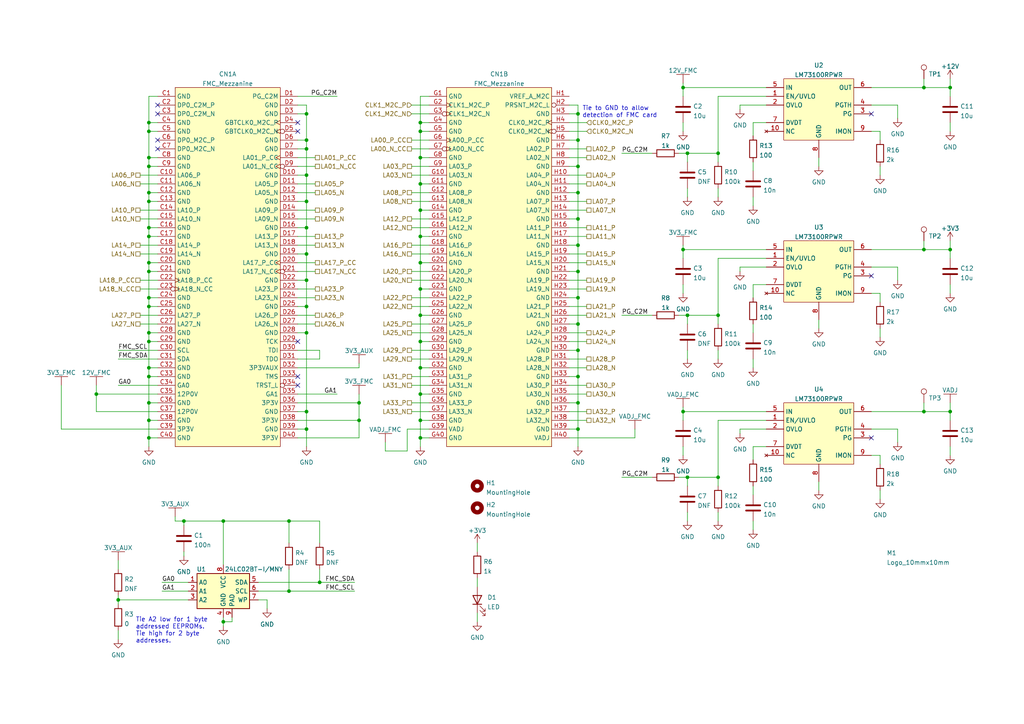
<source format=kicad_sch>
(kicad_sch (version 20210621) (generator eeschema)
  (paper "A4")
  (junction (at 27.94 114.3))
  (junction (at 34.29 173.99))
  (junction (at 43.18 35.56))
  (junction (at 43.18 38.1))
  (junction (at 43.18 45.72))
  (junction (at 43.18 48.26))
  (junction (at 43.18 55.88))
  (junction (at 43.18 58.42))
  (junction (at 43.18 66.04))
  (junction (at 43.18 68.58))
  (junction (at 43.18 76.2))
  (junction (at 43.18 78.74))
  (junction (at 43.18 86.36))
  (junction (at 43.18 88.9))
  (junction (at 43.18 96.52))
  (junction (at 43.18 99.06))
  (junction (at 43.18 106.68))
  (junction (at 43.18 109.22))
  (junction (at 43.18 116.84))
  (junction (at 43.18 121.92))
  (junction (at 43.18 127))
  (junction (at 53.34 151.13))
  (junction (at 64.77 151.13))
  (junction (at 64.77 180.34))
  (junction (at 83.82 151.13))
  (junction (at 83.82 171.45))
  (junction (at 88.9 33.02))
  (junction (at 88.9 40.64))
  (junction (at 88.9 43.18))
  (junction (at 88.9 50.8))
  (junction (at 88.9 58.42))
  (junction (at 88.9 66.04))
  (junction (at 88.9 73.66))
  (junction (at 88.9 81.28))
  (junction (at 88.9 88.9))
  (junction (at 88.9 96.52))
  (junction (at 88.9 119.38))
  (junction (at 88.9 124.46))
  (junction (at 92.71 168.91))
  (junction (at 104.14 116.84))
  (junction (at 104.14 121.92))
  (junction (at 121.92 35.56))
  (junction (at 121.92 38.1))
  (junction (at 121.92 45.72))
  (junction (at 121.92 53.34))
  (junction (at 121.92 60.96))
  (junction (at 121.92 68.58))
  (junction (at 121.92 76.2))
  (junction (at 121.92 83.82))
  (junction (at 121.92 91.44))
  (junction (at 121.92 99.06))
  (junction (at 121.92 106.68))
  (junction (at 121.92 114.3))
  (junction (at 121.92 121.92))
  (junction (at 121.92 127))
  (junction (at 167.64 33.02))
  (junction (at 167.64 40.64))
  (junction (at 167.64 48.26))
  (junction (at 167.64 55.88))
  (junction (at 167.64 63.5))
  (junction (at 167.64 71.12))
  (junction (at 167.64 78.74))
  (junction (at 167.64 86.36))
  (junction (at 167.64 93.98))
  (junction (at 167.64 101.6))
  (junction (at 167.64 109.22))
  (junction (at 167.64 116.84))
  (junction (at 167.64 124.46))
  (junction (at 198.12 25.4))
  (junction (at 198.12 72.39))
  (junction (at 198.12 119.38))
  (junction (at 199.39 44.45))
  (junction (at 199.39 91.44))
  (junction (at 199.39 138.43))
  (junction (at 208.28 44.45))
  (junction (at 208.28 91.44))
  (junction (at 208.28 138.43))
  (junction (at 267.97 25.4))
  (junction (at 267.97 72.39))
  (junction (at 267.97 119.38))
  (junction (at 275.59 25.4))
  (junction (at 275.59 72.39))
  (junction (at 275.59 119.38))
  (no_connect (at 45.72 30.48))
  (no_connect (at 45.72 33.02))
  (no_connect (at 45.72 40.64))
  (no_connect (at 45.72 43.18))
  (no_connect (at 86.36 35.56))
  (no_connect (at 86.36 38.1))
  (no_connect (at 86.36 99.06))
  (no_connect (at 86.36 109.22))
  (no_connect (at 86.36 111.76))
  (no_connect (at 252.73 33.02))
  (no_connect (at 252.73 80.01))
  (no_connect (at 252.73 127))
  (wire (pts (xy 17.78 111.76) (xy 17.78 124.46)))
  (wire (pts (xy 17.78 124.46) (xy 45.72 124.46)))
  (wire (pts (xy 27.94 111.76) (xy 27.94 114.3)))
  (wire (pts (xy 27.94 114.3) (xy 27.94 119.38)))
  (wire (pts (xy 27.94 114.3) (xy 45.72 114.3)))
  (wire (pts (xy 27.94 119.38) (xy 45.72 119.38)))
  (wire (pts (xy 34.29 101.6) (xy 45.72 101.6)))
  (wire (pts (xy 34.29 104.14) (xy 45.72 104.14)))
  (wire (pts (xy 34.29 111.76) (xy 45.72 111.76)))
  (wire (pts (xy 34.29 162.56) (xy 34.29 165.1)))
  (wire (pts (xy 34.29 172.72) (xy 34.29 173.99)))
  (wire (pts (xy 34.29 173.99) (xy 34.29 175.26)))
  (wire (pts (xy 34.29 173.99) (xy 54.61 173.99)))
  (wire (pts (xy 34.29 182.88) (xy 34.29 185.42)))
  (wire (pts (xy 43.18 27.94) (xy 45.72 27.94)))
  (wire (pts (xy 43.18 35.56) (xy 43.18 27.94)))
  (wire (pts (xy 43.18 35.56) (xy 45.72 35.56)))
  (wire (pts (xy 43.18 38.1) (xy 43.18 35.56)))
  (wire (pts (xy 43.18 38.1) (xy 45.72 38.1)))
  (wire (pts (xy 43.18 45.72) (xy 43.18 38.1)))
  (wire (pts (xy 43.18 45.72) (xy 45.72 45.72)))
  (wire (pts (xy 43.18 48.26) (xy 43.18 45.72)))
  (wire (pts (xy 43.18 48.26) (xy 45.72 48.26)))
  (wire (pts (xy 43.18 55.88) (xy 43.18 48.26)))
  (wire (pts (xy 43.18 55.88) (xy 45.72 55.88)))
  (wire (pts (xy 43.18 58.42) (xy 43.18 55.88)))
  (wire (pts (xy 43.18 58.42) (xy 45.72 58.42)))
  (wire (pts (xy 43.18 66.04) (xy 43.18 58.42)))
  (wire (pts (xy 43.18 66.04) (xy 45.72 66.04)))
  (wire (pts (xy 43.18 68.58) (xy 43.18 66.04)))
  (wire (pts (xy 43.18 68.58) (xy 45.72 68.58)))
  (wire (pts (xy 43.18 76.2) (xy 43.18 68.58)))
  (wire (pts (xy 43.18 76.2) (xy 45.72 76.2)))
  (wire (pts (xy 43.18 78.74) (xy 43.18 76.2)))
  (wire (pts (xy 43.18 78.74) (xy 45.72 78.74)))
  (wire (pts (xy 43.18 86.36) (xy 43.18 78.74)))
  (wire (pts (xy 43.18 86.36) (xy 45.72 86.36)))
  (wire (pts (xy 43.18 88.9) (xy 43.18 86.36)))
  (wire (pts (xy 43.18 88.9) (xy 45.72 88.9)))
  (wire (pts (xy 43.18 96.52) (xy 43.18 88.9)))
  (wire (pts (xy 43.18 96.52) (xy 45.72 96.52)))
  (wire (pts (xy 43.18 99.06) (xy 43.18 96.52)))
  (wire (pts (xy 43.18 99.06) (xy 45.72 99.06)))
  (wire (pts (xy 43.18 106.68) (xy 43.18 99.06)))
  (wire (pts (xy 43.18 106.68) (xy 45.72 106.68)))
  (wire (pts (xy 43.18 109.22) (xy 43.18 106.68)))
  (wire (pts (xy 43.18 109.22) (xy 45.72 109.22)))
  (wire (pts (xy 43.18 116.84) (xy 43.18 109.22)))
  (wire (pts (xy 43.18 116.84) (xy 45.72 116.84)))
  (wire (pts (xy 43.18 121.92) (xy 43.18 116.84)))
  (wire (pts (xy 43.18 121.92) (xy 45.72 121.92)))
  (wire (pts (xy 43.18 127) (xy 43.18 121.92)))
  (wire (pts (xy 43.18 127) (xy 45.72 127)))
  (wire (pts (xy 43.18 129.54) (xy 43.18 127)))
  (wire (pts (xy 45.72 50.8) (xy 40.64 50.8)))
  (wire (pts (xy 45.72 53.34) (xy 40.64 53.34)))
  (wire (pts (xy 45.72 60.96) (xy 40.64 60.96)))
  (wire (pts (xy 45.72 63.5) (xy 40.64 63.5)))
  (wire (pts (xy 45.72 71.12) (xy 40.64 71.12)))
  (wire (pts (xy 45.72 73.66) (xy 40.64 73.66)))
  (wire (pts (xy 45.72 81.28) (xy 40.64 81.28)))
  (wire (pts (xy 45.72 83.82) (xy 40.64 83.82)))
  (wire (pts (xy 45.72 91.44) (xy 40.64 91.44)))
  (wire (pts (xy 45.72 93.98) (xy 40.64 93.98)))
  (wire (pts (xy 46.99 168.91) (xy 54.61 168.91)))
  (wire (pts (xy 46.99 171.45) (xy 54.61 171.45)))
  (wire (pts (xy 50.8 149.86) (xy 50.8 151.13)))
  (wire (pts (xy 50.8 151.13) (xy 53.34 151.13)))
  (wire (pts (xy 53.34 151.13) (xy 53.34 152.4)))
  (wire (pts (xy 53.34 151.13) (xy 64.77 151.13)))
  (wire (pts (xy 53.34 160.02) (xy 53.34 161.29)))
  (wire (pts (xy 64.77 151.13) (xy 64.77 163.83)))
  (wire (pts (xy 64.77 151.13) (xy 83.82 151.13)))
  (wire (pts (xy 64.77 179.07) (xy 64.77 180.34)))
  (wire (pts (xy 64.77 180.34) (xy 64.77 181.61)))
  (wire (pts (xy 64.77 180.34) (xy 67.31 180.34)))
  (wire (pts (xy 67.31 180.34) (xy 67.31 179.07)))
  (wire (pts (xy 74.93 168.91) (xy 92.71 168.91)))
  (wire (pts (xy 74.93 171.45) (xy 83.82 171.45)))
  (wire (pts (xy 74.93 173.99) (xy 77.47 173.99)))
  (wire (pts (xy 77.47 173.99) (xy 77.47 176.53)))
  (wire (pts (xy 83.82 151.13) (xy 83.82 157.48)))
  (wire (pts (xy 83.82 151.13) (xy 92.71 151.13)))
  (wire (pts (xy 83.82 165.1) (xy 83.82 171.45)))
  (wire (pts (xy 83.82 171.45) (xy 102.87 171.45)))
  (wire (pts (xy 86.36 27.94) (xy 97.79 27.94)))
  (wire (pts (xy 86.36 33.02) (xy 88.9 33.02)))
  (wire (pts (xy 86.36 40.64) (xy 88.9 40.64)))
  (wire (pts (xy 86.36 43.18) (xy 88.9 43.18)))
  (wire (pts (xy 86.36 45.72) (xy 91.44 45.72)))
  (wire (pts (xy 86.36 48.26) (xy 91.44 48.26)))
  (wire (pts (xy 86.36 50.8) (xy 88.9 50.8)))
  (wire (pts (xy 86.36 53.34) (xy 91.44 53.34)))
  (wire (pts (xy 86.36 55.88) (xy 91.44 55.88)))
  (wire (pts (xy 86.36 58.42) (xy 88.9 58.42)))
  (wire (pts (xy 86.36 60.96) (xy 91.44 60.96)))
  (wire (pts (xy 86.36 63.5) (xy 91.44 63.5)))
  (wire (pts (xy 86.36 66.04) (xy 88.9 66.04)))
  (wire (pts (xy 86.36 68.58) (xy 91.44 68.58)))
  (wire (pts (xy 86.36 71.12) (xy 91.44 71.12)))
  (wire (pts (xy 86.36 73.66) (xy 88.9 73.66)))
  (wire (pts (xy 86.36 76.2) (xy 91.44 76.2)))
  (wire (pts (xy 86.36 78.74) (xy 91.44 78.74)))
  (wire (pts (xy 86.36 81.28) (xy 88.9 81.28)))
  (wire (pts (xy 86.36 83.82) (xy 91.44 83.82)))
  (wire (pts (xy 86.36 86.36) (xy 91.44 86.36)))
  (wire (pts (xy 86.36 88.9) (xy 88.9 88.9)))
  (wire (pts (xy 86.36 91.44) (xy 91.44 91.44)))
  (wire (pts (xy 86.36 93.98) (xy 91.44 93.98)))
  (wire (pts (xy 86.36 96.52) (xy 88.9 96.52)))
  (wire (pts (xy 86.36 101.6) (xy 92.71 101.6)))
  (wire (pts (xy 86.36 106.68) (xy 104.14 106.68)))
  (wire (pts (xy 86.36 116.84) (xy 104.14 116.84)))
  (wire (pts (xy 86.36 119.38) (xy 88.9 119.38)))
  (wire (pts (xy 86.36 121.92) (xy 104.14 121.92)))
  (wire (pts (xy 86.36 124.46) (xy 88.9 124.46)))
  (wire (pts (xy 86.36 127) (xy 104.14 127)))
  (wire (pts (xy 88.9 30.48) (xy 86.36 30.48)))
  (wire (pts (xy 88.9 33.02) (xy 88.9 30.48)))
  (wire (pts (xy 88.9 40.64) (xy 88.9 33.02)))
  (wire (pts (xy 88.9 43.18) (xy 88.9 40.64)))
  (wire (pts (xy 88.9 50.8) (xy 88.9 43.18)))
  (wire (pts (xy 88.9 58.42) (xy 88.9 50.8)))
  (wire (pts (xy 88.9 66.04) (xy 88.9 58.42)))
  (wire (pts (xy 88.9 73.66) (xy 88.9 66.04)))
  (wire (pts (xy 88.9 81.28) (xy 88.9 73.66)))
  (wire (pts (xy 88.9 88.9) (xy 88.9 81.28)))
  (wire (pts (xy 88.9 96.52) (xy 88.9 88.9)))
  (wire (pts (xy 88.9 119.38) (xy 88.9 96.52)))
  (wire (pts (xy 88.9 124.46) (xy 88.9 119.38)))
  (wire (pts (xy 88.9 129.54) (xy 88.9 124.46)))
  (wire (pts (xy 92.71 101.6) (xy 92.71 104.14)))
  (wire (pts (xy 92.71 104.14) (xy 86.36 104.14)))
  (wire (pts (xy 92.71 151.13) (xy 92.71 157.48)))
  (wire (pts (xy 92.71 165.1) (xy 92.71 168.91)))
  (wire (pts (xy 92.71 168.91) (xy 102.87 168.91)))
  (wire (pts (xy 97.79 114.3) (xy 86.36 114.3)))
  (wire (pts (xy 104.14 106.68) (xy 104.14 105.41)))
  (wire (pts (xy 104.14 114.3) (xy 104.14 116.84)))
  (wire (pts (xy 104.14 116.84) (xy 104.14 121.92)))
  (wire (pts (xy 104.14 121.92) (xy 104.14 127)))
  (wire (pts (xy 111.76 128.27) (xy 111.76 130.81)))
  (wire (pts (xy 111.76 130.81) (xy 118.11 130.81)))
  (wire (pts (xy 118.11 124.46) (xy 124.46 124.46)))
  (wire (pts (xy 118.11 130.81) (xy 118.11 124.46)))
  (wire (pts (xy 119.38 30.48) (xy 124.46 30.48)))
  (wire (pts (xy 119.38 33.02) (xy 124.46 33.02)))
  (wire (pts (xy 121.92 27.94) (xy 124.46 27.94)))
  (wire (pts (xy 121.92 35.56) (xy 121.92 27.94)))
  (wire (pts (xy 121.92 35.56) (xy 124.46 35.56)))
  (wire (pts (xy 121.92 38.1) (xy 121.92 35.56)))
  (wire (pts (xy 121.92 38.1) (xy 124.46 38.1)))
  (wire (pts (xy 121.92 45.72) (xy 121.92 38.1)))
  (wire (pts (xy 121.92 45.72) (xy 124.46 45.72)))
  (wire (pts (xy 121.92 53.34) (xy 121.92 45.72)))
  (wire (pts (xy 121.92 53.34) (xy 124.46 53.34)))
  (wire (pts (xy 121.92 60.96) (xy 121.92 53.34)))
  (wire (pts (xy 121.92 60.96) (xy 124.46 60.96)))
  (wire (pts (xy 121.92 68.58) (xy 121.92 60.96)))
  (wire (pts (xy 121.92 68.58) (xy 124.46 68.58)))
  (wire (pts (xy 121.92 76.2) (xy 121.92 68.58)))
  (wire (pts (xy 121.92 76.2) (xy 124.46 76.2)))
  (wire (pts (xy 121.92 83.82) (xy 121.92 76.2)))
  (wire (pts (xy 121.92 83.82) (xy 124.46 83.82)))
  (wire (pts (xy 121.92 91.44) (xy 121.92 83.82)))
  (wire (pts (xy 121.92 91.44) (xy 124.46 91.44)))
  (wire (pts (xy 121.92 99.06) (xy 121.92 91.44)))
  (wire (pts (xy 121.92 99.06) (xy 124.46 99.06)))
  (wire (pts (xy 121.92 106.68) (xy 121.92 99.06)))
  (wire (pts (xy 121.92 106.68) (xy 124.46 106.68)))
  (wire (pts (xy 121.92 114.3) (xy 121.92 106.68)))
  (wire (pts (xy 121.92 114.3) (xy 124.46 114.3)))
  (wire (pts (xy 121.92 121.92) (xy 121.92 114.3)))
  (wire (pts (xy 121.92 121.92) (xy 124.46 121.92)))
  (wire (pts (xy 121.92 127) (xy 121.92 121.92)))
  (wire (pts (xy 121.92 127) (xy 124.46 127)))
  (wire (pts (xy 121.92 129.54) (xy 121.92 127)))
  (wire (pts (xy 124.46 40.64) (xy 119.38 40.64)))
  (wire (pts (xy 124.46 43.18) (xy 119.38 43.18)))
  (wire (pts (xy 124.46 48.26) (xy 119.38 48.26)))
  (wire (pts (xy 124.46 50.8) (xy 119.38 50.8)))
  (wire (pts (xy 124.46 55.88) (xy 119.38 55.88)))
  (wire (pts (xy 124.46 58.42) (xy 119.38 58.42)))
  (wire (pts (xy 124.46 63.5) (xy 119.38 63.5)))
  (wire (pts (xy 124.46 66.04) (xy 119.38 66.04)))
  (wire (pts (xy 124.46 71.12) (xy 119.38 71.12)))
  (wire (pts (xy 124.46 73.66) (xy 119.38 73.66)))
  (wire (pts (xy 124.46 78.74) (xy 119.38 78.74)))
  (wire (pts (xy 124.46 81.28) (xy 119.38 81.28)))
  (wire (pts (xy 124.46 86.36) (xy 119.38 86.36)))
  (wire (pts (xy 124.46 88.9) (xy 119.38 88.9)))
  (wire (pts (xy 124.46 93.98) (xy 119.38 93.98)))
  (wire (pts (xy 124.46 96.52) (xy 119.38 96.52)))
  (wire (pts (xy 124.46 101.6) (xy 119.38 101.6)))
  (wire (pts (xy 124.46 104.14) (xy 119.38 104.14)))
  (wire (pts (xy 124.46 109.22) (xy 119.38 109.22)))
  (wire (pts (xy 124.46 111.76) (xy 119.38 111.76)))
  (wire (pts (xy 124.46 116.84) (xy 119.38 116.84)))
  (wire (pts (xy 124.46 119.38) (xy 119.38 119.38)))
  (wire (pts (xy 138.43 157.48) (xy 138.43 160.02)))
  (wire (pts (xy 138.43 167.64) (xy 138.43 170.18)))
  (wire (pts (xy 138.43 177.8) (xy 138.43 180.34)))
  (wire (pts (xy 165.1 30.48) (xy 167.64 30.48)))
  (wire (pts (xy 165.1 40.64) (xy 167.64 40.64)))
  (wire (pts (xy 165.1 43.18) (xy 170.18 43.18)))
  (wire (pts (xy 165.1 45.72) (xy 170.18 45.72)))
  (wire (pts (xy 165.1 48.26) (xy 167.64 48.26)))
  (wire (pts (xy 165.1 50.8) (xy 170.18 50.8)))
  (wire (pts (xy 165.1 53.34) (xy 170.18 53.34)))
  (wire (pts (xy 165.1 55.88) (xy 167.64 55.88)))
  (wire (pts (xy 165.1 58.42) (xy 170.18 58.42)))
  (wire (pts (xy 165.1 60.96) (xy 170.18 60.96)))
  (wire (pts (xy 165.1 63.5) (xy 167.64 63.5)))
  (wire (pts (xy 165.1 66.04) (xy 170.18 66.04)))
  (wire (pts (xy 165.1 68.58) (xy 170.18 68.58)))
  (wire (pts (xy 165.1 71.12) (xy 167.64 71.12)))
  (wire (pts (xy 165.1 73.66) (xy 170.18 73.66)))
  (wire (pts (xy 165.1 76.2) (xy 170.18 76.2)))
  (wire (pts (xy 165.1 78.74) (xy 167.64 78.74)))
  (wire (pts (xy 165.1 81.28) (xy 170.18 81.28)))
  (wire (pts (xy 165.1 83.82) (xy 170.18 83.82)))
  (wire (pts (xy 165.1 86.36) (xy 167.64 86.36)))
  (wire (pts (xy 165.1 88.9) (xy 170.18 88.9)))
  (wire (pts (xy 165.1 91.44) (xy 170.18 91.44)))
  (wire (pts (xy 165.1 93.98) (xy 167.64 93.98)))
  (wire (pts (xy 165.1 96.52) (xy 170.18 96.52)))
  (wire (pts (xy 165.1 99.06) (xy 170.18 99.06)))
  (wire (pts (xy 165.1 101.6) (xy 167.64 101.6)))
  (wire (pts (xy 165.1 104.14) (xy 170.18 104.14)))
  (wire (pts (xy 165.1 106.68) (xy 170.18 106.68)))
  (wire (pts (xy 165.1 109.22) (xy 167.64 109.22)))
  (wire (pts (xy 165.1 111.76) (xy 170.18 111.76)))
  (wire (pts (xy 165.1 114.3) (xy 170.18 114.3)))
  (wire (pts (xy 165.1 116.84) (xy 167.64 116.84)))
  (wire (pts (xy 165.1 119.38) (xy 170.18 119.38)))
  (wire (pts (xy 165.1 121.92) (xy 170.18 121.92)))
  (wire (pts (xy 165.1 124.46) (xy 167.64 124.46)))
  (wire (pts (xy 165.1 127) (xy 184.15 127)))
  (wire (pts (xy 167.64 30.48) (xy 167.64 33.02)))
  (wire (pts (xy 167.64 33.02) (xy 165.1 33.02)))
  (wire (pts (xy 167.64 40.64) (xy 167.64 33.02)))
  (wire (pts (xy 167.64 48.26) (xy 167.64 40.64)))
  (wire (pts (xy 167.64 55.88) (xy 167.64 48.26)))
  (wire (pts (xy 167.64 63.5) (xy 167.64 55.88)))
  (wire (pts (xy 167.64 71.12) (xy 167.64 63.5)))
  (wire (pts (xy 167.64 78.74) (xy 167.64 71.12)))
  (wire (pts (xy 167.64 86.36) (xy 167.64 78.74)))
  (wire (pts (xy 167.64 93.98) (xy 167.64 86.36)))
  (wire (pts (xy 167.64 101.6) (xy 167.64 93.98)))
  (wire (pts (xy 167.64 109.22) (xy 167.64 101.6)))
  (wire (pts (xy 167.64 116.84) (xy 167.64 109.22)))
  (wire (pts (xy 167.64 124.46) (xy 167.64 116.84)))
  (wire (pts (xy 167.64 129.54) (xy 167.64 124.46)))
  (wire (pts (xy 170.18 35.56) (xy 165.1 35.56)))
  (wire (pts (xy 170.18 38.1) (xy 165.1 38.1)))
  (wire (pts (xy 180.34 44.45) (xy 189.23 44.45)))
  (wire (pts (xy 180.34 91.44) (xy 189.23 91.44)))
  (wire (pts (xy 180.34 138.43) (xy 189.23 138.43)))
  (wire (pts (xy 184.15 127) (xy 184.15 124.46)))
  (wire (pts (xy 196.85 44.45) (xy 199.39 44.45)))
  (wire (pts (xy 196.85 91.44) (xy 199.39 91.44)))
  (wire (pts (xy 196.85 138.43) (xy 199.39 138.43)))
  (wire (pts (xy 198.12 25.4) (xy 198.12 24.13)))
  (wire (pts (xy 198.12 25.4) (xy 198.12 27.94)))
  (wire (pts (xy 198.12 25.4) (xy 222.25 25.4)))
  (wire (pts (xy 198.12 35.56) (xy 198.12 38.1)))
  (wire (pts (xy 198.12 72.39) (xy 198.12 71.12)))
  (wire (pts (xy 198.12 72.39) (xy 198.12 74.93)))
  (wire (pts (xy 198.12 72.39) (xy 222.25 72.39)))
  (wire (pts (xy 198.12 82.55) (xy 198.12 85.09)))
  (wire (pts (xy 198.12 119.38) (xy 198.12 118.11)))
  (wire (pts (xy 198.12 119.38) (xy 198.12 121.92)))
  (wire (pts (xy 198.12 119.38) (xy 222.25 119.38)))
  (wire (pts (xy 198.12 129.54) (xy 198.12 132.08)))
  (wire (pts (xy 199.39 44.45) (xy 199.39 46.99)))
  (wire (pts (xy 199.39 44.45) (xy 208.28 44.45)))
  (wire (pts (xy 199.39 54.61) (xy 199.39 57.15)))
  (wire (pts (xy 199.39 91.44) (xy 199.39 93.98)))
  (wire (pts (xy 199.39 91.44) (xy 208.28 91.44)))
  (wire (pts (xy 199.39 101.6) (xy 199.39 104.14)))
  (wire (pts (xy 199.39 138.43) (xy 199.39 140.97)))
  (wire (pts (xy 199.39 138.43) (xy 208.28 138.43)))
  (wire (pts (xy 199.39 148.59) (xy 199.39 151.13)))
  (wire (pts (xy 208.28 27.94) (xy 222.25 27.94)))
  (wire (pts (xy 208.28 44.45) (xy 208.28 27.94)))
  (wire (pts (xy 208.28 44.45) (xy 208.28 46.99)))
  (wire (pts (xy 208.28 54.61) (xy 208.28 57.15)))
  (wire (pts (xy 208.28 74.93) (xy 222.25 74.93)))
  (wire (pts (xy 208.28 91.44) (xy 208.28 74.93)))
  (wire (pts (xy 208.28 91.44) (xy 208.28 93.98)))
  (wire (pts (xy 208.28 101.6) (xy 208.28 104.14)))
  (wire (pts (xy 208.28 121.92) (xy 222.25 121.92)))
  (wire (pts (xy 208.28 138.43) (xy 208.28 121.92)))
  (wire (pts (xy 208.28 138.43) (xy 208.28 140.97)))
  (wire (pts (xy 208.28 148.59) (xy 208.28 151.13)))
  (wire (pts (xy 214.63 30.48) (xy 214.63 31.75)))
  (wire (pts (xy 214.63 77.47) (xy 214.63 78.74)))
  (wire (pts (xy 214.63 124.46) (xy 214.63 125.73)))
  (wire (pts (xy 218.44 35.56) (xy 218.44 39.37)))
  (wire (pts (xy 218.44 46.99) (xy 218.44 49.53)))
  (wire (pts (xy 218.44 57.15) (xy 218.44 59.69)))
  (wire (pts (xy 218.44 82.55) (xy 218.44 86.36)))
  (wire (pts (xy 218.44 93.98) (xy 218.44 96.52)))
  (wire (pts (xy 218.44 104.14) (xy 218.44 106.68)))
  (wire (pts (xy 218.44 129.54) (xy 218.44 133.35)))
  (wire (pts (xy 218.44 140.97) (xy 218.44 143.51)))
  (wire (pts (xy 218.44 151.13) (xy 218.44 153.67)))
  (wire (pts (xy 222.25 30.48) (xy 214.63 30.48)))
  (wire (pts (xy 222.25 35.56) (xy 218.44 35.56)))
  (wire (pts (xy 222.25 77.47) (xy 214.63 77.47)))
  (wire (pts (xy 222.25 82.55) (xy 218.44 82.55)))
  (wire (pts (xy 222.25 124.46) (xy 214.63 124.46)))
  (wire (pts (xy 222.25 129.54) (xy 218.44 129.54)))
  (wire (pts (xy 237.49 45.72) (xy 237.49 48.26)))
  (wire (pts (xy 237.49 92.71) (xy 237.49 95.25)))
  (wire (pts (xy 237.49 139.7) (xy 237.49 142.24)))
  (wire (pts (xy 252.73 25.4) (xy 267.97 25.4)))
  (wire (pts (xy 252.73 30.48) (xy 260.35 30.48)))
  (wire (pts (xy 252.73 38.1) (xy 255.27 38.1)))
  (wire (pts (xy 252.73 72.39) (xy 267.97 72.39)))
  (wire (pts (xy 252.73 77.47) (xy 260.35 77.47)))
  (wire (pts (xy 252.73 85.09) (xy 255.27 85.09)))
  (wire (pts (xy 252.73 119.38) (xy 267.97 119.38)))
  (wire (pts (xy 252.73 124.46) (xy 260.35 124.46)))
  (wire (pts (xy 252.73 132.08) (xy 255.27 132.08)))
  (wire (pts (xy 255.27 38.1) (xy 255.27 40.64)))
  (wire (pts (xy 255.27 48.26) (xy 255.27 50.8)))
  (wire (pts (xy 255.27 85.09) (xy 255.27 87.63)))
  (wire (pts (xy 255.27 95.25) (xy 255.27 97.79)))
  (wire (pts (xy 255.27 132.08) (xy 255.27 134.62)))
  (wire (pts (xy 255.27 142.24) (xy 255.27 144.78)))
  (wire (pts (xy 260.35 30.48) (xy 260.35 34.29)))
  (wire (pts (xy 260.35 77.47) (xy 260.35 81.28)))
  (wire (pts (xy 260.35 124.46) (xy 260.35 128.27)))
  (wire (pts (xy 267.97 22.86) (xy 267.97 25.4)))
  (wire (pts (xy 267.97 25.4) (xy 275.59 25.4)))
  (wire (pts (xy 267.97 69.85) (xy 267.97 72.39)))
  (wire (pts (xy 267.97 72.39) (xy 275.59 72.39)))
  (wire (pts (xy 267.97 116.84) (xy 267.97 119.38)))
  (wire (pts (xy 267.97 119.38) (xy 275.59 119.38)))
  (wire (pts (xy 275.59 25.4) (xy 275.59 22.86)))
  (wire (pts (xy 275.59 25.4) (xy 275.59 27.94)))
  (wire (pts (xy 275.59 35.56) (xy 275.59 38.1)))
  (wire (pts (xy 275.59 72.39) (xy 275.59 69.85)))
  (wire (pts (xy 275.59 72.39) (xy 275.59 74.93)))
  (wire (pts (xy 275.59 82.55) (xy 275.59 85.09)))
  (wire (pts (xy 275.59 119.38) (xy 275.59 116.84)))
  (wire (pts (xy 275.59 119.38) (xy 275.59 121.92)))
  (wire (pts (xy 275.59 129.54) (xy 275.59 132.08)))
  (text "Tie A2 low for 1 byte\naddressed EEPROMs.\nTie high for 2 byte\naddresses." (at 39.37 186.69 0) (effects (font (size 1.27 1.27)) (justify left bottom)))
  (text "Tie to GND to allow\ndetection of FMC card" (at 168.91 34.29 0) (effects (font (size 1.27 1.27)) (justify left bottom)))
  (label "FMC_SCL" (at 34.29 101.6 0))
  (label "FMC_SDA" (at 34.29 104.14 0))
  (label "GA0" (at 34.29 111.76 0))
  (label "GA0" (at 46.99 168.91 0))
  (label "GA1" (at 46.99 171.45 0))
  (label "PG_C2M" (at 97.79 27.94 180))
  (label "GA1" (at 97.79 114.3 180))
  (label "FMC_SDA" (at 102.87 168.91 180))
  (label "FMC_SCL" (at 102.87 171.45 180))
  (label "PG_C2M" (at 180.34 44.45 0))
  (label "PG_C2M" (at 180.34 91.44 0))
  (label "PG_C2M" (at 180.34 138.43 0))
  (hierarchical_label "LA06_P" (shape passive) (at 40.64 50.8 180))
  (hierarchical_label "LA06_N" (shape passive) (at 40.64 53.34 180))
  (hierarchical_label "LA10_P" (shape passive) (at 40.64 60.96 180))
  (hierarchical_label "LA10_N" (shape passive) (at 40.64 63.5 180))
  (hierarchical_label "LA14_P" (shape passive) (at 40.64 71.12 180))
  (hierarchical_label "LA14_N" (shape passive) (at 40.64 73.66 180))
  (hierarchical_label "LA18_P_CC" (shape passive) (at 40.64 81.28 180))
  (hierarchical_label "LA18_N_CC" (shape passive) (at 40.64 83.82 180))
  (hierarchical_label "LA27_P" (shape passive) (at 40.64 91.44 180))
  (hierarchical_label "LA27_N" (shape passive) (at 40.64 93.98 180))
  (hierarchical_label "LA01_P_CC" (shape passive) (at 91.44 45.72 0))
  (hierarchical_label "LA01_N_CC" (shape passive) (at 91.44 48.26 0))
  (hierarchical_label "LA05_P" (shape passive) (at 91.44 53.34 0))
  (hierarchical_label "LA05_N" (shape passive) (at 91.44 55.88 0))
  (hierarchical_label "LA09_P" (shape passive) (at 91.44 60.96 0))
  (hierarchical_label "LA09_N" (shape passive) (at 91.44 63.5 0))
  (hierarchical_label "LA13_P" (shape passive) (at 91.44 68.58 0))
  (hierarchical_label "LA13_N" (shape passive) (at 91.44 71.12 0))
  (hierarchical_label "LA17_P_CC" (shape passive) (at 91.44 76.2 0))
  (hierarchical_label "LA17_N_CC" (shape passive) (at 91.44 78.74 0))
  (hierarchical_label "LA23_P" (shape passive) (at 91.44 83.82 0))
  (hierarchical_label "LA23_N" (shape passive) (at 91.44 86.36 0))
  (hierarchical_label "LA26_P" (shape passive) (at 91.44 91.44 0))
  (hierarchical_label "LA26_N" (shape passive) (at 91.44 93.98 0))
  (hierarchical_label "CLK1_M2C_P" (shape input) (at 119.38 30.48 180))
  (hierarchical_label "CLK1_M2C_N" (shape input) (at 119.38 33.02 180))
  (hierarchical_label "LA00_P_CC" (shape passive) (at 119.38 40.64 180))
  (hierarchical_label "LA00_N_CC" (shape passive) (at 119.38 43.18 180))
  (hierarchical_label "LA03_P" (shape passive) (at 119.38 48.26 180))
  (hierarchical_label "LA03_N" (shape passive) (at 119.38 50.8 180))
  (hierarchical_label "LA08_P" (shape passive) (at 119.38 55.88 180))
  (hierarchical_label "LA08_N" (shape passive) (at 119.38 58.42 180))
  (hierarchical_label "LA12_P" (shape passive) (at 119.38 63.5 180))
  (hierarchical_label "LA12_N" (shape passive) (at 119.38 66.04 180))
  (hierarchical_label "LA16_P" (shape passive) (at 119.38 71.12 180))
  (hierarchical_label "LA16_N" (shape passive) (at 119.38 73.66 180))
  (hierarchical_label "LA20_P" (shape passive) (at 119.38 78.74 180))
  (hierarchical_label "LA20_N" (shape passive) (at 119.38 81.28 180))
  (hierarchical_label "LA22_P" (shape passive) (at 119.38 86.36 180))
  (hierarchical_label "LA22_N" (shape passive) (at 119.38 88.9 180))
  (hierarchical_label "LA25_P" (shape passive) (at 119.38 93.98 180))
  (hierarchical_label "LA25_N" (shape passive) (at 119.38 96.52 180))
  (hierarchical_label "LA29_P" (shape passive) (at 119.38 101.6 180))
  (hierarchical_label "LA29_N" (shape passive) (at 119.38 104.14 180))
  (hierarchical_label "LA31_P" (shape passive) (at 119.38 109.22 180))
  (hierarchical_label "LA31_N" (shape passive) (at 119.38 111.76 180))
  (hierarchical_label "LA33_P" (shape passive) (at 119.38 116.84 180))
  (hierarchical_label "LA33_N" (shape passive) (at 119.38 119.38 180))
  (hierarchical_label "CLK0_M2C_P" (shape input) (at 170.18 35.56 0))
  (hierarchical_label "CLK0_M2C_N" (shape input) (at 170.18 38.1 0))
  (hierarchical_label "LA02_P" (shape passive) (at 170.18 43.18 0))
  (hierarchical_label "LA02_N" (shape passive) (at 170.18 45.72 0))
  (hierarchical_label "LA04_P" (shape passive) (at 170.18 50.8 0))
  (hierarchical_label "LA04_N" (shape passive) (at 170.18 53.34 0))
  (hierarchical_label "LA07_P" (shape passive) (at 170.18 58.42 0))
  (hierarchical_label "LA07_N" (shape passive) (at 170.18 60.96 0))
  (hierarchical_label "LA11_P" (shape passive) (at 170.18 66.04 0))
  (hierarchical_label "LA11_N" (shape passive) (at 170.18 68.58 0))
  (hierarchical_label "LA15_P" (shape passive) (at 170.18 73.66 0))
  (hierarchical_label "LA15_N" (shape passive) (at 170.18 76.2 0))
  (hierarchical_label "LA19_P" (shape passive) (at 170.18 81.28 0))
  (hierarchical_label "LA19_N" (shape passive) (at 170.18 83.82 0))
  (hierarchical_label "LA21_P" (shape passive) (at 170.18 88.9 0))
  (hierarchical_label "LA21_N" (shape passive) (at 170.18 91.44 0))
  (hierarchical_label "LA24_P" (shape passive) (at 170.18 96.52 0))
  (hierarchical_label "LA24_N" (shape passive) (at 170.18 99.06 0))
  (hierarchical_label "LA28_P" (shape passive) (at 170.18 104.14 0))
  (hierarchical_label "LA28_N" (shape passive) (at 170.18 106.68 0))
  (hierarchical_label "LA30_P" (shape passive) (at 170.18 111.76 0))
  (hierarchical_label "LA30_N" (shape passive) (at 170.18 114.3 0))
  (hierarchical_label "LA32_P" (shape passive) (at 170.18 119.38 0))
  (hierarchical_label "LA32_N" (shape passive) (at 170.18 121.92 0))
  (symbol (lib_id "Misc_WUT:Logo_10mmx10mm") (at 256.54 161.29 0) (unit 1) (in_bom no)
    (property "Reference" "M1" (at 257.175 160.3815 0) (effects (justify left)))
    (property "Value" "Logo_10mmx10mm" (at 257.175 163.1566 0) (effects (justify left)))
    (property "Footprint" "Misc_WUT:Logo_10mmx10mm" (effects hide))
  )
  (symbol (lib_id "power:+3.3V") (at 138.43 157.48 0) (unit 1)
    (property "Reference" "#PWR015" (effects hide))
    (property "Value" "+3.3V" (at 138.43 153.8754 0))
  )
  (symbol (lib_id "power:+12V") (at 275.59 22.86 0) (unit 1)
    (property "Reference" "#PWR046" (effects hide))
    (property "Value" "+12V" (at 275.59 19.2554 0))
  )
  (symbol (lib_id "power:+3.3V") (at 275.59 69.85 0) (unit 1)
    (property "Reference" "#PWR048" (effects hide))
    (property "Value" "+3.3V" (at 275.59 66.2454 0))
  )
  (symbol (lib_id "Connector:TestPoint") (at 267.97 22.86 0) (unit 1)
    (property "Reference" "TP1" (at 269.3671 21.4975 0) (effects (justify left)))
    (property "Value" "TestPoint" (effects hide))
    (property "Footprint" "TestPoint:TestPoint_THTPad_D1.5mm_Drill0.7mm" (effects hide))
  )
  (symbol (lib_id "Connector:TestPoint") (at 267.97 69.85 0) (unit 1)
    (property "Reference" "TP2" (at 269.3671 68.4875 0) (effects (justify left)))
    (property "Value" "TestPoint" (effects hide))
    (property "Footprint" "TestPoint:TestPoint_THTPad_D1.5mm_Drill0.7mm" (effects hide))
  )
  (symbol (lib_id "Connector:TestPoint") (at 267.97 116.84 0) (unit 1)
    (property "Reference" "TP3" (at 269.3671 115.4775 0) (effects (justify left)))
    (property "Value" "TestPoint" (effects hide))
    (property "Footprint" "TestPoint:TestPoint_THTPad_D1.5mm_Drill0.7mm" (effects hide))
  )
  (symbol (lib_id "power:GND") (at 34.29 185.42 0) (unit 1)
    (property "Reference" "#PWR04" (effects hide))
    (property "Value" "GND" (at 34.29 189.9826 0))
  )
  (symbol (lib_id "power:GND") (at 43.18 129.54 0) (unit 1)
    (property "Reference" "#PWR05" (effects hide))
    (property "Value" "GND" (at 43.18 134.1026 0))
  )
  (symbol (lib_id "power:GND") (at 53.34 161.29 0) (unit 1)
    (property "Reference" "#PWR07" (effects hide))
    (property "Value" "GND" (at 53.34 165.8526 0))
  )
  (symbol (lib_id "power:GND") (at 64.77 181.61 0) (unit 1)
    (property "Reference" "#PWR08" (effects hide))
    (property "Value" "GND" (at 64.77 186.1726 0))
  )
  (symbol (lib_id "power:GND") (at 77.47 176.53 0) (unit 1)
    (property "Reference" "#PWR09" (effects hide))
    (property "Value" "GND" (at 77.47 181.0926 0))
  )
  (symbol (lib_id "power:GND") (at 88.9 129.54 0) (unit 1)
    (property "Reference" "#PWR010" (effects hide))
    (property "Value" "GND" (at 88.9 134.1026 0))
  )
  (symbol (lib_id "power:GND") (at 121.92 129.54 0) (unit 1)
    (property "Reference" "#PWR014" (effects hide))
    (property "Value" "GND" (at 121.92 134.1026 0))
  )
  (symbol (lib_id "power:GND") (at 138.43 180.34 0) (unit 1)
    (property "Reference" "#PWR016" (effects hide))
    (property "Value" "GND" (at 138.43 184.9026 0))
  )
  (symbol (lib_id "power:GND") (at 167.64 129.54 0) (unit 1)
    (property "Reference" "#PWR017" (effects hide))
    (property "Value" "GND" (at 167.64 134.1026 0))
  )
  (symbol (lib_id "power:GND") (at 198.12 38.1 0) (unit 1)
    (property "Reference" "#PWR020" (effects hide))
    (property "Value" "GND" (at 198.12 42.6626 0))
  )
  (symbol (lib_id "power:GND") (at 198.12 85.09 0) (unit 1)
    (property "Reference" "#PWR022" (effects hide))
    (property "Value" "GND" (at 198.12 89.6526 0))
  )
  (symbol (lib_id "power:GND") (at 198.12 132.08 0) (unit 1)
    (property "Reference" "#PWR024" (effects hide))
    (property "Value" "GND" (at 198.12 136.6426 0))
  )
  (symbol (lib_id "power:GND") (at 199.39 57.15 0) (unit 1)
    (property "Reference" "#PWR025" (effects hide))
    (property "Value" "GND" (at 199.39 61.7126 0))
  )
  (symbol (lib_id "power:GND") (at 199.39 104.14 0) (unit 1)
    (property "Reference" "#PWR026" (effects hide))
    (property "Value" "GND" (at 199.39 108.7026 0))
  )
  (symbol (lib_id "power:GND") (at 199.39 151.13 0) (unit 1)
    (property "Reference" "#PWR027" (effects hide))
    (property "Value" "GND" (at 199.39 155.6926 0))
  )
  (symbol (lib_id "power:GND") (at 208.28 57.15 0) (unit 1)
    (property "Reference" "#PWR028" (effects hide))
    (property "Value" "GND" (at 208.28 61.7126 0))
  )
  (symbol (lib_id "power:GND") (at 208.28 104.14 0) (unit 1)
    (property "Reference" "#PWR029" (effects hide))
    (property "Value" "GND" (at 208.28 108.7026 0))
  )
  (symbol (lib_id "power:GND") (at 208.28 151.13 0) (unit 1)
    (property "Reference" "#PWR030" (effects hide))
    (property "Value" "GND" (at 208.28 155.6926 0))
  )
  (symbol (lib_id "power:GND") (at 214.63 31.75 0) (unit 1)
    (property "Reference" "#PWR031" (effects hide))
    (property "Value" "GND" (at 214.63 36.3126 0))
  )
  (symbol (lib_id "power:GND") (at 214.63 78.74 0) (unit 1)
    (property "Reference" "#PWR032" (effects hide))
    (property "Value" "GND" (at 214.63 83.3026 0))
  )
  (symbol (lib_id "power:GND") (at 214.63 125.73 0) (unit 1)
    (property "Reference" "#PWR033" (effects hide))
    (property "Value" "GND" (at 214.63 130.2926 0))
  )
  (symbol (lib_id "power:GND") (at 218.44 59.69 0) (unit 1)
    (property "Reference" "#PWR034" (effects hide))
    (property "Value" "GND" (at 218.44 64.2526 0))
  )
  (symbol (lib_id "power:GND") (at 218.44 106.68 0) (unit 1)
    (property "Reference" "#PWR035" (effects hide))
    (property "Value" "GND" (at 218.44 111.2426 0))
  )
  (symbol (lib_id "power:GND") (at 218.44 153.67 0) (unit 1)
    (property "Reference" "#PWR036" (effects hide))
    (property "Value" "GND" (at 218.44 158.2326 0))
  )
  (symbol (lib_id "power:GND") (at 237.49 48.26 0) (unit 1)
    (property "Reference" "#PWR037" (effects hide))
    (property "Value" "GND" (at 237.49 52.8226 0))
  )
  (symbol (lib_id "power:GND") (at 237.49 95.25 0) (unit 1)
    (property "Reference" "#PWR038" (effects hide))
    (property "Value" "GND" (at 237.49 99.8126 0))
  )
  (symbol (lib_id "power:GND") (at 237.49 142.24 0) (unit 1)
    (property "Reference" "#PWR039" (effects hide))
    (property "Value" "GND" (at 237.49 146.8026 0))
  )
  (symbol (lib_id "power:GND") (at 255.27 50.8 0) (unit 1)
    (property "Reference" "#PWR040" (effects hide))
    (property "Value" "GND" (at 255.27 55.3626 0))
  )
  (symbol (lib_id "power:GND") (at 255.27 97.79 0) (unit 1)
    (property "Reference" "#PWR041" (effects hide))
    (property "Value" "GND" (at 255.27 102.3526 0))
  )
  (symbol (lib_id "power:GND") (at 255.27 144.78 0) (unit 1)
    (property "Reference" "#PWR042" (effects hide))
    (property "Value" "GND" (at 255.27 149.3426 0))
  )
  (symbol (lib_id "power:GND") (at 260.35 34.29 0) (unit 1)
    (property "Reference" "#PWR043" (effects hide))
    (property "Value" "GND" (at 260.35 38.8526 0))
  )
  (symbol (lib_id "power:GND") (at 260.35 81.28 0) (unit 1)
    (property "Reference" "#PWR044" (effects hide))
    (property "Value" "GND" (at 260.35 85.8426 0))
  )
  (symbol (lib_id "power:GND") (at 260.35 128.27 0) (unit 1)
    (property "Reference" "#PWR045" (effects hide))
    (property "Value" "GND" (at 260.35 132.8326 0))
  )
  (symbol (lib_id "power:GND") (at 275.59 38.1 0) (unit 1)
    (property "Reference" "#PWR047" (effects hide))
    (property "Value" "GND" (at 275.59 42.6626 0))
  )
  (symbol (lib_id "power:GND") (at 275.59 85.09 0) (unit 1)
    (property "Reference" "#PWR049" (effects hide))
    (property "Value" "GND" (at 275.59 89.6526 0))
  )
  (symbol (lib_id "power:GND") (at 275.59 132.08 0) (unit 1)
    (property "Reference" "#PWR051" (effects hide))
    (property "Value" "GND" (at 275.59 136.6426 0))
  )
  (symbol (lib_name "3V3_FMC_1") (lib_id "Power_WUT:3V3_FMC") (at 17.78 111.76 0) (unit 1) (in_bom no) (on_board no)
    (property "Reference" "#PWR01" (effects hide))
    (property "Value" "3V3_FMC" (at 17.78 108.0792 0))
  )
  (symbol (lib_id "Power_WUT:12V_FMC") (at 27.94 111.76 0) (unit 1) (in_bom no) (on_board no)
    (property "Reference" "#PWR02" (effects hide))
    (property "Value" "12V_FMC" (at 27.94 108.0792 0))
  )
  (symbol (lib_id "Power_WUT:3V3_AUX") (at 34.29 162.56 0) (unit 1) (in_bom no) (on_board no)
    (property "Reference" "#PWR03" (effects hide))
    (property "Value" "3V3_AUX" (at 34.29 158.8792 0))
  )
  (symbol (lib_id "Power_WUT:3V3_AUX") (at 50.8 149.86 0) (unit 1) (in_bom no) (on_board no)
    (property "Reference" "#PWR06" (effects hide))
    (property "Value" "3V3_AUX" (at 50.8 146.1792 0))
  )
  (symbol (lib_id "Power_WUT:3V3_AUX") (at 104.14 105.41 0) (unit 1) (in_bom no) (on_board no)
    (property "Reference" "#PWR011" (effects hide))
    (property "Value" "3V3_AUX" (at 104.14 101.7292 0))
  )
  (symbol (lib_name "3V3_FMC_2") (lib_id "Power_WUT:3V3_FMC") (at 104.14 114.3 0) (unit 1) (in_bom no) (on_board no)
    (property "Reference" "#PWR012" (effects hide))
    (property "Value" "3V3_FMC" (at 104.14 110.6192 0))
  )
  (symbol (lib_id "Power_WUT:VADJ_FMC") (at 111.76 128.27 0) (unit 1) (in_bom no) (on_board no)
    (property "Reference" "#PWR013" (effects hide))
    (property "Value" "VADJ_FMC" (at 111.76 124.5892 0))
  )
  (symbol (lib_id "Power_WUT:VADJ_FMC") (at 184.15 124.46 0) (unit 1) (in_bom no) (on_board no)
    (property "Reference" "#PWR018" (effects hide))
    (property "Value" "VADJ_FMC" (at 184.15 120.7792 0))
  )
  (symbol (lib_id "Power_WUT:12V_FMC") (at 198.12 24.13 0) (unit 1) (in_bom no) (on_board no)
    (property "Reference" "#PWR019" (effects hide))
    (property "Value" "12V_FMC" (at 198.12 20.4492 0))
  )
  (symbol (lib_id "Power_WUT:3V3_FMC") (at 198.12 71.12 0) (unit 1) (in_bom no) (on_board no)
    (property "Reference" "#PWR021" (effects hide))
    (property "Value" "3V3_FMC" (at 198.12 67.4392 0))
  )
  (symbol (lib_id "Power_WUT:VADJ_FMC") (at 198.12 118.11 0) (unit 1) (in_bom no) (on_board no)
    (property "Reference" "#PWR023" (effects hide))
    (property "Value" "VADJ_FMC" (at 198.12 114.4292 0))
  )
  (symbol (lib_id "Power_WUT:VADJ") (at 275.59 116.84 0) (unit 1) (in_bom no) (on_board no)
    (property "Reference" "#PWR050" (effects hide))
    (property "Value" "VADJ" (at 275.59 113.1592 0))
  )
  (symbol (lib_id "Mechanical:MountingHole") (at 138.43 140.97 0) (unit 1)
    (property "Reference" "H1" (at 140.9701 140.0615 0) (effects (justify left)))
    (property "Value" "MountingHole" (at 140.9701 142.8366 0) (effects (justify left)))
    (property "Footprint" "MountingHole:MountingHole_2.7mm" (effects hide))
  )
  (symbol (lib_id "Mechanical:MountingHole") (at 138.43 147.32 0) (unit 1)
    (property "Reference" "H2" (at 140.9701 146.4115 0) (effects (justify left)))
    (property "Value" "MountingHole" (at 140.9701 149.1866 0) (effects (justify left)))
    (property "Footprint" "MountingHole:MountingHole_2.7mm" (effects hide))
  )
  (symbol (lib_id "Device:R") (at 34.29 168.91 0) (unit 1)
    (property "Reference" "R2" (at 36.0681 168.0015 0) (effects (justify left)))
    (property "Value" "DNF" (at 36.0681 170.7766 0) (effects (justify left)))
    (property "Footprint" "Resistor_SMD:R_0402_1005Metric" (effects hide))
  )
  (symbol (lib_id "Device:R") (at 34.29 179.07 0) (unit 1)
    (property "Reference" "R3" (at 36.0681 178.1615 0) (effects (justify left)))
    (property "Value" "0" (at 36.0681 180.9366 0) (effects (justify left)))
    (property "Footprint" "Resistor_SMD:R_0402_1005Metric" (effects hide))
  )
  (symbol (lib_id "Device:R") (at 83.82 161.29 0) (unit 1)
    (property "Reference" "R4" (at 85.5981 160.3815 0) (effects (justify left)))
    (property "Value" "DNF" (at 85.5981 163.1566 0) (effects (justify left)))
    (property "Footprint" "Resistor_SMD:R_0402_1005Metric" (effects hide))
  )
  (symbol (lib_id "Device:R") (at 92.71 161.29 0) (unit 1)
    (property "Reference" "R5" (at 94.4881 160.3815 0) (effects (justify left)))
    (property "Value" "DNF" (at 94.4881 163.1566 0) (effects (justify left)))
    (property "Footprint" "Resistor_SMD:R_0402_1005Metric" (effects hide))
  )
  (symbol (lib_id "Device:R") (at 138.43 163.83 0) (unit 1)
    (property "Reference" "R6" (at 140.2081 162.9215 0) (effects (justify left)))
    (property "Value" "1k" (at 140.2081 165.6966 0) (effects (justify left)))
    (property "Footprint" "Resistor_SMD:R_0402_1005Metric" (effects hide))
  )
  (symbol (lib_id "Device:R") (at 193.04 44.45 90) (unit 1)
    (property "Reference" "R7" (at 193.04 39.4674 90))
    (property "Value" "1k" (at 193.04 42.2425 90))
    (property "Footprint" "Resistor_SMD:R_0402_1005Metric" (effects hide))
  )
  (symbol (lib_id "Device:R") (at 193.04 91.44 90) (unit 1)
    (property "Reference" "R8" (at 193.04 86.4574 90))
    (property "Value" "1k" (at 193.04 89.2325 90))
    (property "Footprint" "Resistor_SMD:R_0402_1005Metric" (effects hide))
  )
  (symbol (lib_id "Device:R") (at 193.04 138.43 90) (unit 1)
    (property "Reference" "R9" (at 193.04 133.4474 90))
    (property "Value" "1k" (at 193.04 136.2225 90))
    (property "Footprint" "Resistor_SMD:R_0402_1005Metric" (effects hide))
  )
  (symbol (lib_id "Device:R") (at 208.28 50.8 0) (unit 1)
    (property "Reference" "R10" (at 210.0581 49.8915 0) (effects (justify left)))
    (property "Value" "100k" (at 210.0581 52.6666 0) (effects (justify left)))
    (property "Footprint" "Resistor_SMD:R_0402_1005Metric" (effects hide))
  )
  (symbol (lib_id "Device:R") (at 208.28 97.79 0) (unit 1)
    (property "Reference" "R11" (at 210.0581 96.8815 0) (effects (justify left)))
    (property "Value" "100k" (at 210.0581 99.6566 0) (effects (justify left)))
    (property "Footprint" "Resistor_SMD:R_0402_1005Metric" (effects hide))
  )
  (symbol (lib_id "Device:R") (at 208.28 144.78 0) (unit 1)
    (property "Reference" "R12" (at 210.0581 143.8715 0) (effects (justify left)))
    (property "Value" "100k" (at 210.0581 146.6466 0) (effects (justify left)))
    (property "Footprint" "Resistor_SMD:R_0402_1005Metric" (effects hide))
  )
  (symbol (lib_id "Device:R") (at 218.44 43.18 0) (unit 1)
    (property "Reference" "R13" (at 220.2181 42.2715 0) (effects (justify left)))
    (property "Value" "100" (at 220.2181 45.0466 0) (effects (justify left)))
    (property "Footprint" "Resistor_SMD:R_0402_1005Metric" (effects hide))
  )
  (symbol (lib_id "Device:R") (at 218.44 90.17 0) (unit 1)
    (property "Reference" "R14" (at 220.2181 89.2615 0) (effects (justify left)))
    (property "Value" "100" (at 220.2181 92.0366 0) (effects (justify left)))
    (property "Footprint" "Resistor_SMD:R_0402_1005Metric" (effects hide))
  )
  (symbol (lib_id "Device:R") (at 218.44 137.16 0) (unit 1)
    (property "Reference" "R15" (at 220.2181 136.2515 0) (effects (justify left)))
    (property "Value" "100" (at 220.2181 139.0266 0) (effects (justify left)))
    (property "Footprint" "Resistor_SMD:R_0402_1005Metric" (effects hide))
  )
  (symbol (lib_id "Device:R") (at 255.27 44.45 0) (unit 1)
    (property "Reference" "R16" (at 257.0481 43.5415 0) (effects (justify left)))
    (property "Value" "2k" (at 257.0481 46.3166 0) (effects (justify left)))
    (property "Footprint" "Resistor_SMD:R_0402_1005Metric" (effects hide))
  )
  (symbol (lib_id "Device:R") (at 255.27 91.44 0) (unit 1)
    (property "Reference" "R17" (at 257.0481 90.5315 0) (effects (justify left)))
    (property "Value" "2k" (at 257.0481 93.3066 0) (effects (justify left)))
    (property "Footprint" "Resistor_SMD:R_0402_1005Metric" (effects hide))
  )
  (symbol (lib_id "Device:R") (at 255.27 138.43 0) (unit 1)
    (property "Reference" "R18" (at 257.0481 137.5215 0) (effects (justify left)))
    (property "Value" "2k" (at 257.0481 140.2966 0) (effects (justify left)))
    (property "Footprint" "Resistor_SMD:R_0402_1005Metric" (effects hide))
  )
  (symbol (lib_id "Device:LED") (at 138.43 173.99 90) (unit 1)
    (property "Reference" "D1" (at 141.3511 173.272 90) (effects (justify right)))
    (property "Value" "LED" (at 141.3511 176.0471 90) (effects (justify right)))
    (property "Footprint" "LED_SMD:LED_0603_1608Metric" (effects hide))
  )
  (symbol (lib_id "Device:C") (at 53.34 156.21 0) (unit 1)
    (property "Reference" "C1" (at 56.2611 155.3015 0) (effects (justify left)))
    (property "Value" "100n" (at 56.2611 158.0766 0) (effects (justify left)))
    (property "Footprint" "Capacitor_SMD:C_0402_1005Metric" (effects hide))
  )
  (symbol (lib_id "Device:C") (at 198.12 31.75 0) (unit 1)
    (property "Reference" "C2" (at 201.0411 30.8415 0) (effects (justify left)))
    (property "Value" "10u" (at 201.0411 33.6166 0) (effects (justify left)))
    (property "Footprint" "Capacitor_SMD:C_0805_2012Metric" (effects hide))
  )
  (symbol (lib_id "Device:C") (at 198.12 78.74 0) (unit 1)
    (property "Reference" "C3" (at 201.0411 77.8315 0) (effects (justify left)))
    (property "Value" "10u" (at 201.0411 80.6066 0) (effects (justify left)))
    (property "Footprint" "Capacitor_SMD:C_0805_2012Metric" (effects hide))
  )
  (symbol (lib_id "Device:C") (at 198.12 125.73 0) (unit 1)
    (property "Reference" "C4" (at 201.0411 124.8215 0) (effects (justify left)))
    (property "Value" "10u" (at 201.0411 127.5966 0) (effects (justify left)))
    (property "Footprint" "Capacitor_SMD:C_0805_2012Metric" (effects hide))
  )
  (symbol (lib_id "Device:C") (at 199.39 50.8 0) (unit 1)
    (property "Reference" "C5" (at 202.3111 49.8915 0) (effects (justify left)))
    (property "Value" "DNF" (at 202.3111 52.6666 0) (effects (justify left)))
    (property "Footprint" "Capacitor_SMD:C_0402_1005Metric" (effects hide))
  )
  (symbol (lib_id "Device:C") (at 199.39 97.79 0) (unit 1)
    (property "Reference" "C6" (at 202.3111 96.8815 0) (effects (justify left)))
    (property "Value" "DNF" (at 202.3111 99.6566 0) (effects (justify left)))
    (property "Footprint" "Capacitor_SMD:C_0402_1005Metric" (effects hide))
  )
  (symbol (lib_id "Device:C") (at 199.39 144.78 0) (unit 1)
    (property "Reference" "C7" (at 202.3111 143.8715 0) (effects (justify left)))
    (property "Value" "DNF" (at 202.3111 146.6466 0) (effects (justify left)))
    (property "Footprint" "Capacitor_SMD:C_0402_1005Metric" (effects hide))
  )
  (symbol (lib_id "Device:C") (at 218.44 53.34 0) (unit 1)
    (property "Reference" "C8" (at 221.3611 52.4315 0) (effects (justify left)))
    (property "Value" "10n" (at 221.3611 55.2066 0) (effects (justify left)))
    (property "Footprint" "Capacitor_SMD:C_0402_1005Metric" (effects hide))
  )
  (symbol (lib_id "Device:C") (at 218.44 100.33 0) (unit 1)
    (property "Reference" "C9" (at 221.3611 99.4215 0) (effects (justify left)))
    (property "Value" "10n" (at 221.3611 102.1966 0) (effects (justify left)))
    (property "Footprint" "Capacitor_SMD:C_0402_1005Metric" (effects hide))
  )
  (symbol (lib_id "Device:C") (at 218.44 147.32 0) (unit 1)
    (property "Reference" "C10" (at 221.3611 146.4115 0) (effects (justify left)))
    (property "Value" "10n" (at 221.3611 149.1866 0) (effects (justify left)))
    (property "Footprint" "Capacitor_SMD:C_0402_1005Metric" (effects hide))
  )
  (symbol (lib_id "Device:C") (at 275.59 31.75 0) (unit 1)
    (property "Reference" "C11" (at 278.5111 30.8415 0) (effects (justify left)))
    (property "Value" "10u" (at 278.5111 33.6166 0) (effects (justify left)))
    (property "Footprint" "Capacitor_SMD:C_0805_2012Metric" (effects hide))
  )
  (symbol (lib_id "Device:C") (at 275.59 78.74 0) (unit 1)
    (property "Reference" "C12" (at 278.5111 77.8315 0) (effects (justify left)))
    (property "Value" "10u" (at 278.5111 80.6066 0) (effects (justify left)))
    (property "Footprint" "Capacitor_SMD:C_0805_2012Metric" (effects hide))
  )
  (symbol (lib_id "Device:C") (at 275.59 125.73 0) (unit 1)
    (property "Reference" "C13" (at 278.5111 124.8215 0) (effects (justify left)))
    (property "Value" "10u" (at 278.5111 127.5966 0) (effects (justify left)))
    (property "Footprint" "Capacitor_SMD:C_0805_2012Metric" (effects hide))
  )
  (symbol (lib_id "Memory_EEPROM:24LC02") (at 64.77 171.45 0) (unit 1)
    (property "Reference" "U1" (at 58.42 165.1 0))
    (property "Value" "24LC02BT-I/MNY" (at 73.66 165.1 0))
    (property "Footprint" "Package_DFN_QFN:DFN-8-1EP_3x2mm_P0.5mm_EP1.3x1.5mm" (effects hide))
    (property "Datasheet" "http://ww1.microchip.com/downloads/en/DeviceDoc/21709c.pdf" (effects hide))
  )
  (symbol (lib_id "IC_WUT:LM73100RPWR") (at 237.49 22.86 0) (unit 1)
    (property "Reference" "U2" (at 237.49 18.9442 0))
    (property "Value" "LM73100RPWR" (at 237.49 21.7193 0))
    (property "Footprint" "IC_WUT:TI_LM73100_RPW" (effects hide))
  )
  (symbol (lib_id "IC_WUT:LM73100RPWR") (at 237.49 69.85 0) (unit 1)
    (property "Reference" "U3" (at 237.49 65.9342 0))
    (property "Value" "LM73100RPWR" (at 237.49 68.7093 0))
    (property "Footprint" "IC_WUT:TI_LM73100_RPW" (effects hide))
  )
  (symbol (lib_id "IC_WUT:LM73100RPWR") (at 237.49 116.84 0) (unit 1)
    (property "Reference" "U4" (at 237.49 112.9242 0))
    (property "Value" "LM73100RPWR" (at 237.49 115.6993 0))
    (property "Footprint" "IC_WUT:TI_LM73100_RPW" (effects hide))
  )
  (symbol (lib_id "Connector_WUT:FMC_Mezzanine") (at 66.04 27.94 0) (unit 1)
    (property "Reference" "CN1" (at 66.04 21.4842 0))
    (property "Value" "FMC_Mezzanine" (at 66.04 24.2593 0))
    (property "Footprint" "Connector_WUT:Samtec_FMC_ASP-134604-01_4x40_Vertical" (effects hide))
    (property "Datasheet" "https://www.farnell.com/datasheets/2159020.pdf" (effects hide))
    (property "Manufacturer" "Samtec" (effects hide))
    (property "MPN" "ASP-134604-01" (effects hide))
  )
  (symbol (lib_id "Connector_WUT:FMC_Mezzanine") (at 144.78 27.94 0) (unit 2)
    (property "Reference" "CN1" (at 144.78 21.4842 0))
    (property "Value" "FMC_Mezzanine" (at 144.78 24.2593 0))
    (property "Footprint" "Connector_WUT:Samtec_FMC_ASP-134604-01_4x40_Vertical" (effects hide))
    (property "Datasheet" "https://www.farnell.com/datasheets/2159020.pdf" (effects hide))
    (property "Manufacturer" "Samtec" (effects hide))
    (property "MPN" "ASP-134604-01" (effects hide))
  )
)
</source>
